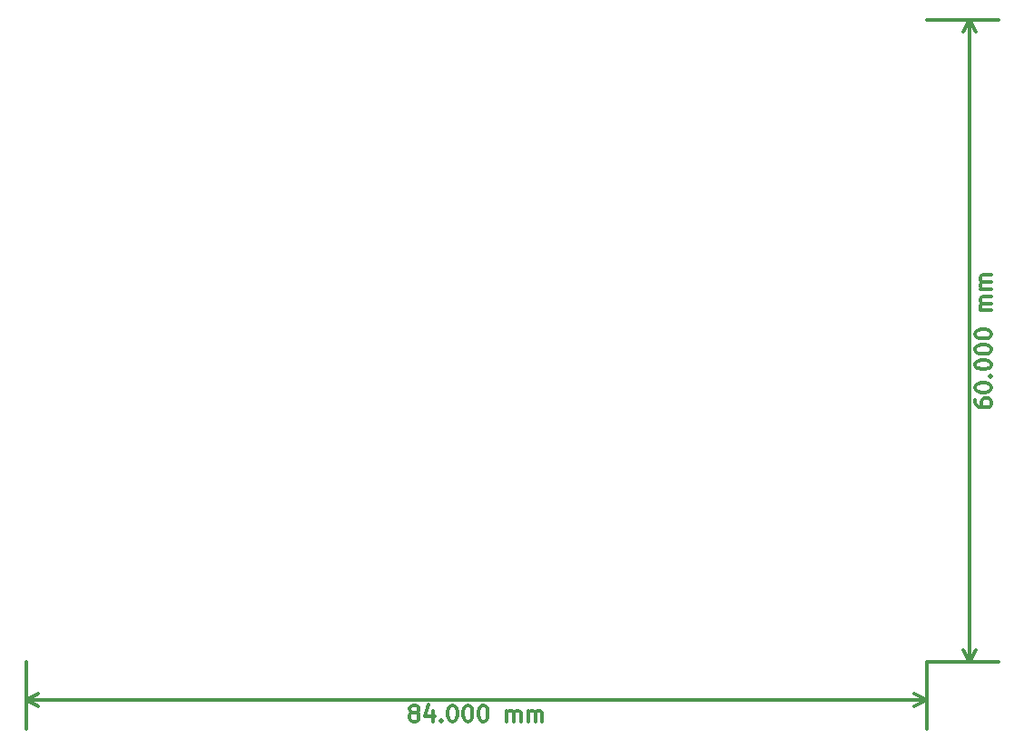
<source format=gbr>
G04 #@! TF.FileFunction,Drawing*
%FSLAX46Y46*%
G04 Gerber Fmt 4.6, Leading zero omitted, Abs format (unit mm)*
G04 Created by KiCad (PCBNEW 4.0.2+dfsg1-stable) date Thu 23 Jun 2016 09:12:49 CEST*
%MOMM*%
G01*
G04 APERTURE LIST*
%ADD10C,0.100000*%
%ADD11C,0.300000*%
G04 APERTURE END LIST*
D10*
D11*
X190071430Y-137671429D02*
X189928572Y-137600000D01*
X189857144Y-137528571D01*
X189785715Y-137385714D01*
X189785715Y-137314286D01*
X189857144Y-137171429D01*
X189928572Y-137100000D01*
X190071430Y-137028571D01*
X190357144Y-137028571D01*
X190500001Y-137100000D01*
X190571430Y-137171429D01*
X190642858Y-137314286D01*
X190642858Y-137385714D01*
X190571430Y-137528571D01*
X190500001Y-137600000D01*
X190357144Y-137671429D01*
X190071430Y-137671429D01*
X189928572Y-137742857D01*
X189857144Y-137814286D01*
X189785715Y-137957143D01*
X189785715Y-138242857D01*
X189857144Y-138385714D01*
X189928572Y-138457143D01*
X190071430Y-138528571D01*
X190357144Y-138528571D01*
X190500001Y-138457143D01*
X190571430Y-138385714D01*
X190642858Y-138242857D01*
X190642858Y-137957143D01*
X190571430Y-137814286D01*
X190500001Y-137742857D01*
X190357144Y-137671429D01*
X191928572Y-137528571D02*
X191928572Y-138528571D01*
X191571429Y-136957143D02*
X191214286Y-138028571D01*
X192142858Y-138028571D01*
X192714286Y-138385714D02*
X192785714Y-138457143D01*
X192714286Y-138528571D01*
X192642857Y-138457143D01*
X192714286Y-138385714D01*
X192714286Y-138528571D01*
X193714286Y-137028571D02*
X193857143Y-137028571D01*
X194000000Y-137100000D01*
X194071429Y-137171429D01*
X194142858Y-137314286D01*
X194214286Y-137600000D01*
X194214286Y-137957143D01*
X194142858Y-138242857D01*
X194071429Y-138385714D01*
X194000000Y-138457143D01*
X193857143Y-138528571D01*
X193714286Y-138528571D01*
X193571429Y-138457143D01*
X193500000Y-138385714D01*
X193428572Y-138242857D01*
X193357143Y-137957143D01*
X193357143Y-137600000D01*
X193428572Y-137314286D01*
X193500000Y-137171429D01*
X193571429Y-137100000D01*
X193714286Y-137028571D01*
X195142857Y-137028571D02*
X195285714Y-137028571D01*
X195428571Y-137100000D01*
X195500000Y-137171429D01*
X195571429Y-137314286D01*
X195642857Y-137600000D01*
X195642857Y-137957143D01*
X195571429Y-138242857D01*
X195500000Y-138385714D01*
X195428571Y-138457143D01*
X195285714Y-138528571D01*
X195142857Y-138528571D01*
X195000000Y-138457143D01*
X194928571Y-138385714D01*
X194857143Y-138242857D01*
X194785714Y-137957143D01*
X194785714Y-137600000D01*
X194857143Y-137314286D01*
X194928571Y-137171429D01*
X195000000Y-137100000D01*
X195142857Y-137028571D01*
X196571428Y-137028571D02*
X196714285Y-137028571D01*
X196857142Y-137100000D01*
X196928571Y-137171429D01*
X197000000Y-137314286D01*
X197071428Y-137600000D01*
X197071428Y-137957143D01*
X197000000Y-138242857D01*
X196928571Y-138385714D01*
X196857142Y-138457143D01*
X196714285Y-138528571D01*
X196571428Y-138528571D01*
X196428571Y-138457143D01*
X196357142Y-138385714D01*
X196285714Y-138242857D01*
X196214285Y-137957143D01*
X196214285Y-137600000D01*
X196285714Y-137314286D01*
X196357142Y-137171429D01*
X196428571Y-137100000D01*
X196571428Y-137028571D01*
X198857142Y-138528571D02*
X198857142Y-137528571D01*
X198857142Y-137671429D02*
X198928570Y-137600000D01*
X199071428Y-137528571D01*
X199285713Y-137528571D01*
X199428570Y-137600000D01*
X199499999Y-137742857D01*
X199499999Y-138528571D01*
X199499999Y-137742857D02*
X199571428Y-137600000D01*
X199714285Y-137528571D01*
X199928570Y-137528571D01*
X200071428Y-137600000D01*
X200142856Y-137742857D01*
X200142856Y-138528571D01*
X200857142Y-138528571D02*
X200857142Y-137528571D01*
X200857142Y-137671429D02*
X200928570Y-137600000D01*
X201071428Y-137528571D01*
X201285713Y-137528571D01*
X201428570Y-137600000D01*
X201499999Y-137742857D01*
X201499999Y-138528571D01*
X201499999Y-137742857D02*
X201571428Y-137600000D01*
X201714285Y-137528571D01*
X201928570Y-137528571D01*
X202071428Y-137600000D01*
X202142856Y-137742857D01*
X202142856Y-138528571D01*
X238000000Y-136500000D02*
X154000000Y-136500000D01*
X238000000Y-133000000D02*
X238000000Y-139200000D01*
X154000000Y-133000000D02*
X154000000Y-139200000D01*
X154000000Y-136500000D02*
X155126504Y-135913579D01*
X154000000Y-136500000D02*
X155126504Y-137086421D01*
X238000000Y-136500000D02*
X236873496Y-135913579D01*
X238000000Y-136500000D02*
X236873496Y-137086421D01*
X242528571Y-108499999D02*
X242528571Y-108785713D01*
X242600000Y-108928570D01*
X242671429Y-108999999D01*
X242885714Y-109142856D01*
X243171429Y-109214285D01*
X243742857Y-109214285D01*
X243885714Y-109142856D01*
X243957143Y-109071428D01*
X244028571Y-108928570D01*
X244028571Y-108642856D01*
X243957143Y-108499999D01*
X243885714Y-108428570D01*
X243742857Y-108357142D01*
X243385714Y-108357142D01*
X243242857Y-108428570D01*
X243171429Y-108499999D01*
X243100000Y-108642856D01*
X243100000Y-108928570D01*
X243171429Y-109071428D01*
X243242857Y-109142856D01*
X243385714Y-109214285D01*
X242528571Y-107428571D02*
X242528571Y-107285714D01*
X242600000Y-107142857D01*
X242671429Y-107071428D01*
X242814286Y-106999999D01*
X243100000Y-106928571D01*
X243457143Y-106928571D01*
X243742857Y-106999999D01*
X243885714Y-107071428D01*
X243957143Y-107142857D01*
X244028571Y-107285714D01*
X244028571Y-107428571D01*
X243957143Y-107571428D01*
X243885714Y-107642857D01*
X243742857Y-107714285D01*
X243457143Y-107785714D01*
X243100000Y-107785714D01*
X242814286Y-107714285D01*
X242671429Y-107642857D01*
X242600000Y-107571428D01*
X242528571Y-107428571D01*
X243885714Y-106285714D02*
X243957143Y-106214286D01*
X244028571Y-106285714D01*
X243957143Y-106357143D01*
X243885714Y-106285714D01*
X244028571Y-106285714D01*
X242528571Y-105285714D02*
X242528571Y-105142857D01*
X242600000Y-105000000D01*
X242671429Y-104928571D01*
X242814286Y-104857142D01*
X243100000Y-104785714D01*
X243457143Y-104785714D01*
X243742857Y-104857142D01*
X243885714Y-104928571D01*
X243957143Y-105000000D01*
X244028571Y-105142857D01*
X244028571Y-105285714D01*
X243957143Y-105428571D01*
X243885714Y-105500000D01*
X243742857Y-105571428D01*
X243457143Y-105642857D01*
X243100000Y-105642857D01*
X242814286Y-105571428D01*
X242671429Y-105500000D01*
X242600000Y-105428571D01*
X242528571Y-105285714D01*
X242528571Y-103857143D02*
X242528571Y-103714286D01*
X242600000Y-103571429D01*
X242671429Y-103500000D01*
X242814286Y-103428571D01*
X243100000Y-103357143D01*
X243457143Y-103357143D01*
X243742857Y-103428571D01*
X243885714Y-103500000D01*
X243957143Y-103571429D01*
X244028571Y-103714286D01*
X244028571Y-103857143D01*
X243957143Y-104000000D01*
X243885714Y-104071429D01*
X243742857Y-104142857D01*
X243457143Y-104214286D01*
X243100000Y-104214286D01*
X242814286Y-104142857D01*
X242671429Y-104071429D01*
X242600000Y-104000000D01*
X242528571Y-103857143D01*
X242528571Y-102428572D02*
X242528571Y-102285715D01*
X242600000Y-102142858D01*
X242671429Y-102071429D01*
X242814286Y-102000000D01*
X243100000Y-101928572D01*
X243457143Y-101928572D01*
X243742857Y-102000000D01*
X243885714Y-102071429D01*
X243957143Y-102142858D01*
X244028571Y-102285715D01*
X244028571Y-102428572D01*
X243957143Y-102571429D01*
X243885714Y-102642858D01*
X243742857Y-102714286D01*
X243457143Y-102785715D01*
X243100000Y-102785715D01*
X242814286Y-102714286D01*
X242671429Y-102642858D01*
X242600000Y-102571429D01*
X242528571Y-102428572D01*
X244028571Y-100142858D02*
X243028571Y-100142858D01*
X243171429Y-100142858D02*
X243100000Y-100071430D01*
X243028571Y-99928572D01*
X243028571Y-99714287D01*
X243100000Y-99571430D01*
X243242857Y-99500001D01*
X244028571Y-99500001D01*
X243242857Y-99500001D02*
X243100000Y-99428572D01*
X243028571Y-99285715D01*
X243028571Y-99071430D01*
X243100000Y-98928572D01*
X243242857Y-98857144D01*
X244028571Y-98857144D01*
X244028571Y-98142858D02*
X243028571Y-98142858D01*
X243171429Y-98142858D02*
X243100000Y-98071430D01*
X243028571Y-97928572D01*
X243028571Y-97714287D01*
X243100000Y-97571430D01*
X243242857Y-97500001D01*
X244028571Y-97500001D01*
X243242857Y-97500001D02*
X243100000Y-97428572D01*
X243028571Y-97285715D01*
X243028571Y-97071430D01*
X243100000Y-96928572D01*
X243242857Y-96857144D01*
X244028571Y-96857144D01*
X242000000Y-133000000D02*
X242000000Y-73000000D01*
X238000000Y-133000000D02*
X244700000Y-133000000D01*
X238000000Y-73000000D02*
X244700000Y-73000000D01*
X242000000Y-73000000D02*
X242586421Y-74126504D01*
X242000000Y-73000000D02*
X241413579Y-74126504D01*
X242000000Y-133000000D02*
X242586421Y-131873496D01*
X242000000Y-133000000D02*
X241413579Y-131873496D01*
M02*

</source>
